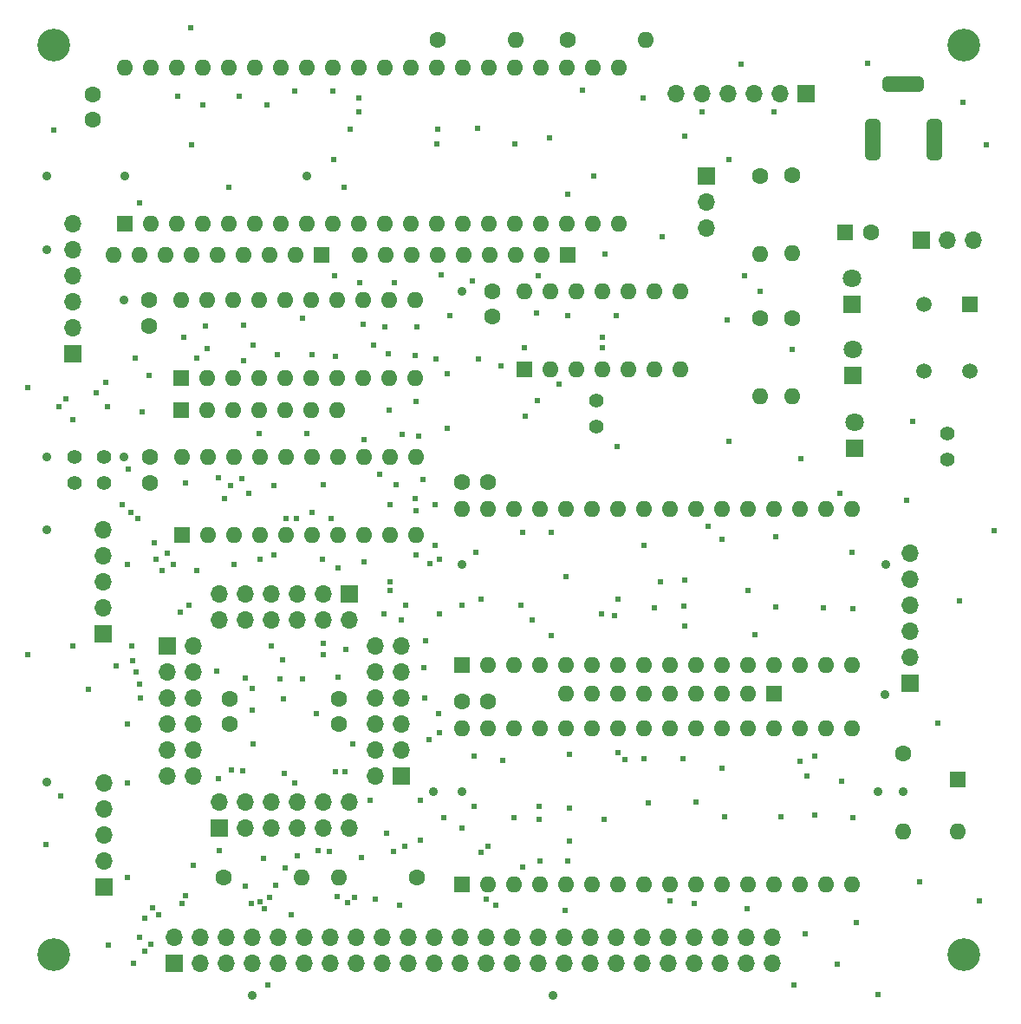
<source format=gbs>
%TF.GenerationSoftware,KiCad,Pcbnew,7.0.7*%
%TF.CreationDate,2024-03-31T17:30:01+09:00*%
%TF.ProjectId,8088_RAM,38303838-5f52-4414-9d2e-6b696361645f,2.1*%
%TF.SameCoordinates,PX4c4c788PY8a48640*%
%TF.FileFunction,Soldermask,Bot*%
%TF.FilePolarity,Negative*%
%FSLAX46Y46*%
G04 Gerber Fmt 4.6, Leading zero omitted, Abs format (unit mm)*
G04 Created by KiCad (PCBNEW 7.0.7) date 2024-03-31 17:30:01*
%MOMM*%
%LPD*%
G01*
G04 APERTURE LIST*
G04 Aperture macros list*
%AMRoundRect*
0 Rectangle with rounded corners*
0 $1 Rounding radius*
0 $2 $3 $4 $5 $6 $7 $8 $9 X,Y pos of 4 corners*
0 Add a 4 corners polygon primitive as box body*
4,1,4,$2,$3,$4,$5,$6,$7,$8,$9,$2,$3,0*
0 Add four circle primitives for the rounded corners*
1,1,$1+$1,$2,$3*
1,1,$1+$1,$4,$5*
1,1,$1+$1,$6,$7*
1,1,$1+$1,$8,$9*
0 Add four rect primitives between the rounded corners*
20,1,$1+$1,$2,$3,$4,$5,0*
20,1,$1+$1,$4,$5,$6,$7,0*
20,1,$1+$1,$6,$7,$8,$9,0*
20,1,$1+$1,$8,$9,$2,$3,0*%
G04 Aperture macros list end*
%ADD10C,1.400000*%
%ADD11R,1.600000X1.600000*%
%ADD12O,1.600000X1.600000*%
%ADD13R,1.500000X1.500000*%
%ADD14C,1.500000*%
%ADD15R,1.700000X1.700000*%
%ADD16O,1.700000X1.700000*%
%ADD17C,1.600000*%
%ADD18R,1.800000X1.800000*%
%ADD19C,1.800000*%
%ADD20C,3.200000*%
%ADD21RoundRect,0.375000X0.375000X1.625000X-0.375000X1.625000X-0.375000X-1.625000X0.375000X-1.625000X0*%
%ADD22RoundRect,0.375000X-1.625000X0.375000X-1.625000X-0.375000X1.625000X-0.375000X1.625000X0.375000X0*%
%ADD23C,0.605000*%
%ADD24C,0.900000*%
G04 APERTURE END LIST*
D10*
X58080000Y59230000D03*
X58080000Y56690000D03*
D11*
X12035000Y76470000D03*
D12*
X14575000Y76470000D03*
X17115000Y76470000D03*
X19655000Y76470000D03*
X22195000Y76470000D03*
X24735000Y76470000D03*
X27275000Y76470000D03*
X29815000Y76470000D03*
X32355000Y76470000D03*
X34895000Y76470000D03*
X37435000Y76470000D03*
X39975000Y76470000D03*
X42515000Y76470000D03*
X45055000Y76470000D03*
X47595000Y76470000D03*
X50135000Y76470000D03*
X52675000Y76470000D03*
X55215000Y76470000D03*
X57755000Y76470000D03*
X60295000Y76470000D03*
X60295000Y91710000D03*
X57755000Y91710000D03*
X55215000Y91710000D03*
X52675000Y91710000D03*
X50135000Y91710000D03*
X47595000Y91710000D03*
X45055000Y91710000D03*
X42515000Y91710000D03*
X39975000Y91710000D03*
X37435000Y91710000D03*
X34895000Y91710000D03*
X32355000Y91710000D03*
X29815000Y91710000D03*
X27275000Y91710000D03*
X24735000Y91710000D03*
X22195000Y91710000D03*
X19655000Y91710000D03*
X17115000Y91710000D03*
X14575000Y91710000D03*
X12035000Y91710000D03*
D13*
X94545000Y68590000D03*
D14*
X94545000Y62090000D03*
X90045000Y68590000D03*
X90045000Y62090000D03*
D15*
X9900000Y36455000D03*
D16*
X9900000Y38995000D03*
X9900000Y41535000D03*
X9900000Y44075000D03*
X9900000Y46615000D03*
D17*
X42520000Y94410000D03*
D12*
X50140000Y94410000D03*
D15*
X9990000Y11720000D03*
D16*
X9990000Y14260000D03*
X9990000Y16800000D03*
X9990000Y19340000D03*
X9990000Y21880000D03*
D18*
X83050000Y68610000D03*
D19*
X83050000Y71150000D03*
D10*
X7060000Y53700000D03*
X7060000Y51160000D03*
D15*
X21235000Y17440000D03*
D16*
X21235000Y19980000D03*
X23775000Y17440000D03*
X23775000Y19980000D03*
X26315000Y17440000D03*
X26315000Y19980000D03*
X28855000Y17440000D03*
X28855000Y19980000D03*
X31395000Y17440000D03*
X31395000Y19980000D03*
X33935000Y17440000D03*
X33935000Y19980000D03*
D11*
X55270000Y73445000D03*
D12*
X52730000Y73445000D03*
X50190000Y73445000D03*
X47650000Y73445000D03*
X45110000Y73445000D03*
X42570000Y73445000D03*
X40030000Y73445000D03*
X37490000Y73445000D03*
X34950000Y73445000D03*
D17*
X44940000Y29800000D03*
X47440000Y29800000D03*
D15*
X39015000Y22520000D03*
D16*
X36475000Y22520000D03*
X39015000Y25060000D03*
X36475000Y25060000D03*
X39015000Y27600000D03*
X36475000Y27600000D03*
X39015000Y30140000D03*
X36475000Y30140000D03*
X39015000Y32680000D03*
X36475000Y32680000D03*
X39015000Y35220000D03*
X36475000Y35220000D03*
D11*
X17485000Y58310000D03*
D12*
X20025000Y58310000D03*
X22565000Y58310000D03*
X25105000Y58310000D03*
X27645000Y58310000D03*
X30185000Y58310000D03*
X32725000Y58310000D03*
D17*
X21680000Y12630000D03*
D12*
X29300000Y12630000D03*
D17*
X8850000Y89130000D03*
X8850000Y86630000D03*
D15*
X78545000Y89195000D03*
D16*
X76005000Y89195000D03*
X73465000Y89195000D03*
X70925000Y89195000D03*
X68385000Y89195000D03*
X65845000Y89195000D03*
D17*
X55240000Y94420000D03*
D12*
X62860000Y94420000D03*
D11*
X17550000Y46060000D03*
D12*
X20090000Y46060000D03*
X22630000Y46060000D03*
X25170000Y46060000D03*
X27710000Y46060000D03*
X30250000Y46060000D03*
X32790000Y46060000D03*
X35330000Y46060000D03*
X37870000Y46060000D03*
X40410000Y46060000D03*
X40410000Y53680000D03*
X37870000Y53680000D03*
X35330000Y53680000D03*
X32790000Y53680000D03*
X30250000Y53680000D03*
X27710000Y53680000D03*
X25170000Y53680000D03*
X22630000Y53680000D03*
X20090000Y53680000D03*
X17550000Y53680000D03*
D15*
X88680000Y31610000D03*
D16*
X88680000Y34150000D03*
X88680000Y36690000D03*
X88680000Y39230000D03*
X88680000Y41770000D03*
X88680000Y44310000D03*
D11*
X75430000Y30570000D03*
D12*
X72890000Y30570000D03*
X70350000Y30570000D03*
X67810000Y30570000D03*
X65270000Y30570000D03*
X62730000Y30570000D03*
X60190000Y30570000D03*
X57650000Y30570000D03*
X55110000Y30570000D03*
D20*
X5075000Y93920000D03*
D17*
X47920000Y69895000D03*
X47920000Y67395000D03*
X40510000Y12630000D03*
D12*
X32890000Y12630000D03*
D17*
X77145000Y81190000D03*
D12*
X77145000Y73570000D03*
D20*
X93915000Y5080000D03*
X93915000Y93920000D03*
D15*
X33935000Y40300000D03*
D16*
X33935000Y37760000D03*
X31395000Y40300000D03*
X31395000Y37760000D03*
X28855000Y40300000D03*
X28855000Y37760000D03*
X26315000Y40300000D03*
X26315000Y37760000D03*
X23775000Y40300000D03*
X23775000Y37760000D03*
X21235000Y40300000D03*
X21235000Y37760000D03*
D21*
X91085000Y84730000D03*
X85085000Y84730000D03*
D22*
X88035000Y90130000D03*
D15*
X68810000Y81160000D03*
D16*
X68810000Y78620000D03*
X68810000Y76080000D03*
D11*
X44945000Y11920000D03*
D12*
X47485000Y11920000D03*
X50025000Y11920000D03*
X52565000Y11920000D03*
X55105000Y11920000D03*
X57645000Y11920000D03*
X60185000Y11920000D03*
X62725000Y11920000D03*
X65265000Y11920000D03*
X67805000Y11920000D03*
X70345000Y11920000D03*
X72885000Y11920000D03*
X75425000Y11920000D03*
X77965000Y11920000D03*
X80505000Y11920000D03*
X83045000Y11920000D03*
X83045000Y27160000D03*
X80505000Y27160000D03*
X77965000Y27160000D03*
X75425000Y27160000D03*
X72885000Y27160000D03*
X70345000Y27160000D03*
X67805000Y27160000D03*
X65265000Y27160000D03*
X62725000Y27160000D03*
X60185000Y27160000D03*
X57645000Y27160000D03*
X55105000Y27160000D03*
X52565000Y27160000D03*
X50025000Y27160000D03*
X47485000Y27160000D03*
X44945000Y27160000D03*
D17*
X14335000Y69020000D03*
X14335000Y66520000D03*
D15*
X6920000Y63780000D03*
D16*
X6920000Y66320000D03*
X6920000Y68860000D03*
X6920000Y71400000D03*
X6920000Y73940000D03*
X6920000Y76480000D03*
D11*
X51045000Y62270000D03*
D12*
X53585000Y62270000D03*
X56125000Y62270000D03*
X58665000Y62270000D03*
X61205000Y62270000D03*
X63745000Y62270000D03*
X66285000Y62270000D03*
X66285000Y69890000D03*
X63745000Y69890000D03*
X61205000Y69890000D03*
X58665000Y69890000D03*
X56125000Y69890000D03*
X53585000Y69890000D03*
X51045000Y69890000D03*
D18*
X83250000Y54560000D03*
D19*
X83250000Y57100000D03*
D17*
X77170000Y67230000D03*
D12*
X77170000Y59610000D03*
D10*
X92360000Y55970000D03*
X92360000Y53430000D03*
D17*
X32919000Y27600000D03*
X32919000Y30100000D03*
X88020000Y24730000D03*
D12*
X88020000Y17110000D03*
D17*
X44940000Y51210000D03*
X47440000Y51210000D03*
X74020000Y81165000D03*
D12*
X74020000Y73545000D03*
D11*
X44945000Y33345000D03*
D12*
X47485000Y33345000D03*
X50025000Y33345000D03*
X52565000Y33345000D03*
X55105000Y33345000D03*
X57645000Y33345000D03*
X60185000Y33345000D03*
X62725000Y33345000D03*
X65265000Y33345000D03*
X67805000Y33345000D03*
X70345000Y33345000D03*
X72885000Y33345000D03*
X75425000Y33345000D03*
X77965000Y33345000D03*
X80505000Y33345000D03*
X83045000Y33345000D03*
X83045000Y48585000D03*
X80505000Y48585000D03*
X77965000Y48585000D03*
X75425000Y48585000D03*
X72885000Y48585000D03*
X70345000Y48585000D03*
X67805000Y48585000D03*
X65265000Y48585000D03*
X62725000Y48585000D03*
X60185000Y48585000D03*
X57645000Y48585000D03*
X55105000Y48585000D03*
X52565000Y48585000D03*
X50025000Y48585000D03*
X47485000Y48585000D03*
X44945000Y48585000D03*
D18*
X83150000Y61635000D03*
D19*
X83150000Y64175000D03*
D17*
X74045000Y67240000D03*
D12*
X74045000Y59620000D03*
D20*
X5075000Y5080000D03*
D17*
X14450000Y53680000D03*
X14450000Y51180000D03*
D11*
X82389888Y75620000D03*
D17*
X84889888Y75620000D03*
D11*
X93345000Y22185000D03*
D12*
X93345000Y17105000D03*
D15*
X16155000Y35220000D03*
D16*
X18695000Y35220000D03*
X16155000Y32680000D03*
X18695000Y32680000D03*
X16155000Y30140000D03*
X18695000Y30140000D03*
X16155000Y27600000D03*
X18695000Y27600000D03*
X16155000Y25060000D03*
X18695000Y25060000D03*
X16155000Y22520000D03*
X18695000Y22520000D03*
D11*
X17475000Y61410000D03*
D12*
X20015000Y61410000D03*
X22555000Y61410000D03*
X25095000Y61410000D03*
X27635000Y61410000D03*
X30175000Y61410000D03*
X32715000Y61410000D03*
X35255000Y61410000D03*
X37795000Y61410000D03*
X40335000Y61410000D03*
X40335000Y69030000D03*
X37795000Y69030000D03*
X35255000Y69030000D03*
X32715000Y69030000D03*
X30175000Y69030000D03*
X27635000Y69030000D03*
X25095000Y69030000D03*
X22555000Y69030000D03*
X20015000Y69030000D03*
X17475000Y69030000D03*
D10*
X9920000Y53700000D03*
X9920000Y51160000D03*
D15*
X89835000Y74890000D03*
D16*
X92375000Y74890000D03*
X94915000Y74890000D03*
D11*
X31220000Y73445000D03*
D12*
X28680000Y73445000D03*
X26140000Y73445000D03*
X23600000Y73445000D03*
X21060000Y73445000D03*
X18520000Y73445000D03*
X15980000Y73445000D03*
X13440000Y73445000D03*
X10900000Y73445000D03*
D17*
X22251000Y27600000D03*
X22251000Y30100000D03*
D15*
X16780000Y4230000D03*
D16*
X16780000Y6770000D03*
X19320000Y4230000D03*
X19320000Y6770000D03*
X21860000Y4230000D03*
X21860000Y6770000D03*
X24400000Y4230000D03*
X24400000Y6770000D03*
X26940000Y4230000D03*
X26940000Y6770000D03*
X29480000Y4230000D03*
X29480000Y6770000D03*
X32020000Y4230000D03*
X32020000Y6770000D03*
X34560000Y4230000D03*
X34560000Y6770000D03*
X37100000Y4230000D03*
X37100000Y6770000D03*
X39640000Y4230000D03*
X39640000Y6770000D03*
X42180000Y4230000D03*
X42180000Y6770000D03*
X44720000Y4230000D03*
X44720000Y6770000D03*
X47260000Y4230000D03*
X47260000Y6770000D03*
X49800000Y4230000D03*
X49800000Y6770000D03*
X52340000Y4230000D03*
X52340000Y6770000D03*
X54880000Y4230000D03*
X54880000Y6770000D03*
X57420000Y4230000D03*
X57420000Y6770000D03*
X59960000Y4230000D03*
X59960000Y6770000D03*
X62500000Y4230000D03*
X62500000Y6770000D03*
X65040000Y4230000D03*
X65040000Y6770000D03*
X67580000Y4230000D03*
X67580000Y6770000D03*
X70120000Y4230000D03*
X70120000Y6770000D03*
X72660000Y4230000D03*
X72660000Y6770000D03*
X75200000Y4230000D03*
X75200000Y6770000D03*
D23*
X6910000Y35210000D03*
X6260000Y59370000D03*
X52300000Y59230000D03*
D24*
X88020000Y21020000D03*
X4370000Y73940000D03*
X85610000Y21020000D03*
X4370000Y81150000D03*
X4370000Y21910000D03*
X4370000Y46610000D03*
X86290000Y43220002D03*
X4370000Y53690000D03*
D23*
X12244100Y27600000D03*
D24*
X86250004Y30529996D03*
X42140000Y21020000D03*
X11950004Y69019998D03*
D23*
X12244600Y21880000D03*
D24*
X12030000Y81160000D03*
D23*
X12240000Y12630000D03*
D24*
X44950000Y43220002D03*
X53839962Y1160000D03*
X29800000Y81160000D03*
X11950000Y53680000D03*
X44940000Y69900000D03*
D23*
X85609999Y1210001D03*
D24*
X44940000Y21020000D03*
D23*
X57760000Y81160000D03*
D24*
X24410000Y1160000D03*
D23*
X30720000Y28600000D03*
X96170000Y84190000D03*
X2480000Y34400000D03*
X27120000Y32010000D03*
X66650000Y41680000D03*
X14880000Y45350000D03*
X5010000Y85630000D03*
X40470000Y48410000D03*
X71000000Y55230000D03*
X41200000Y33110000D03*
X84580000Y92110000D03*
X4290000Y15840000D03*
X91450000Y27710000D03*
X40420000Y59100000D03*
X80260000Y38970000D03*
X88950000Y57160000D03*
X88400000Y49490000D03*
X26310000Y35240000D03*
X95470000Y10370000D03*
X66620000Y39120000D03*
X75550000Y45940000D03*
X40510000Y66410000D03*
X72180000Y92040000D03*
X89640000Y12210000D03*
X83140000Y18490000D03*
X18430000Y95620000D03*
X76060000Y18600000D03*
X83130000Y38910000D03*
X70550000Y18540000D03*
X13720000Y58100000D03*
X2530000Y60450000D03*
X83490000Y8210000D03*
X22380000Y23110000D03*
X10390000Y6060000D03*
X55290000Y14280000D03*
X93510000Y39640000D03*
X33560000Y34890000D03*
X53510000Y84830000D03*
X32580000Y63540000D03*
X55390000Y19400000D03*
X17910000Y51200000D03*
X41270000Y30160000D03*
X79360000Y18700000D03*
X52570000Y14230000D03*
X30280000Y63700000D03*
X46480000Y85790000D03*
X31380000Y35540000D03*
X55010000Y9450000D03*
X18510000Y84190000D03*
X40430000Y44100000D03*
X78460000Y7130000D03*
X37370000Y66410000D03*
X20060000Y64280000D03*
X50650000Y39250000D03*
X14340000Y61650000D03*
X37690000Y63800000D03*
X59850000Y38200000D03*
X27490000Y30080000D03*
X19900000Y66520000D03*
X66690000Y85070000D03*
X41110000Y51460000D03*
X40350000Y63640000D03*
X64460000Y75180000D03*
X50820000Y46330000D03*
X70840000Y67100000D03*
X75550000Y39090000D03*
X96910000Y46480000D03*
X42730000Y26760000D03*
X78060000Y53490000D03*
X37550000Y16960000D03*
X12700000Y35220000D03*
X12810000Y4240000D03*
X13470000Y78540000D03*
X62725000Y45030004D03*
X13389998Y6770000D03*
X42340000Y45030000D03*
X37870000Y49050000D03*
X12741100Y33801337D03*
X42340000Y49050000D03*
X11770000Y49040000D03*
X30240000Y48250000D03*
X13920000Y5470000D03*
X13070000Y32670000D03*
X12550000Y48250000D03*
X60050000Y54710000D03*
X13420000Y31560000D03*
X13232774Y47671102D03*
X13940000Y8690000D03*
X27700000Y47670000D03*
X14510000Y6080000D03*
X12290000Y52490000D03*
X24470000Y29010000D03*
X24470000Y31080000D03*
X13540000Y30150000D03*
X72510000Y71409994D03*
X12230000Y43203600D03*
X52410000Y71410000D03*
X17580000Y10110000D03*
X54370000Y60780000D03*
X25990000Y2130000D03*
X16730000Y43203600D03*
X77320000Y2130000D03*
X24370000Y10110000D03*
X9230000Y60000002D03*
X22626812Y43205451D03*
X77960000Y23979998D03*
X14670000Y9700000D03*
X15068900Y43750000D03*
X26890000Y63660000D03*
X42860000Y71440000D03*
X25180000Y43750000D03*
X42768900Y43750000D03*
X25598900Y9580000D03*
X42400000Y63280000D03*
X17920000Y10830000D03*
X26130000Y10700000D03*
X41700000Y26133944D03*
X41770000Y43320000D03*
X32808388Y42893900D03*
X79360000Y24510000D03*
X46560812Y63303279D03*
X16180000Y44320000D03*
X83060000Y44370000D03*
X35330000Y43420000D03*
X46286670Y44370000D03*
X28220000Y9010000D03*
X15260000Y9010000D03*
X81981541Y22001541D03*
X50826400Y13658600D03*
X18700000Y13820000D03*
X27650000Y13570000D03*
X93840000Y88290000D03*
X70970000Y82750000D03*
X38360000Y70720000D03*
X28830000Y14721100D03*
X38220000Y15160000D03*
X34961100Y70720000D03*
X32360000Y82730000D03*
X72880000Y40690000D03*
X37920000Y40690000D03*
X36860000Y52040000D03*
X68380000Y87420000D03*
X34895000Y87430000D03*
X25500000Y14520000D03*
X35100000Y14600000D03*
X24130000Y50160000D03*
X75400000Y87420000D03*
X37800000Y58290000D03*
X53680000Y46300000D03*
X52460000Y19600000D03*
X51111730Y57641730D03*
X46100000Y19600000D03*
X25230000Y10260000D03*
X24540000Y25660000D03*
X34250000Y25700000D03*
X40690000Y55730000D03*
X35330000Y55400000D03*
X33719703Y10168456D03*
X34470000Y10690000D03*
X78640000Y22570000D03*
X27600000Y22821100D03*
X32490000Y71400000D03*
X26710000Y11870000D03*
X41380000Y35740000D03*
X58660000Y65420000D03*
X31370000Y34430000D03*
X17380000Y38560000D03*
X33540000Y22990000D03*
X36470000Y10540000D03*
X17770000Y65420000D03*
X47260000Y10540000D03*
X58890000Y73540000D03*
X29780000Y55957846D03*
X44960000Y39250000D03*
X44940000Y17440000D03*
X25105000Y55950000D03*
X39433370Y39250000D03*
X39060000Y55930000D03*
X37860000Y41530000D03*
X65260000Y10310000D03*
X72770000Y9590000D03*
X64290000Y41480000D03*
X68950000Y46900000D03*
X70320000Y45640000D03*
X29350000Y31990000D03*
X67580000Y10121100D03*
X18220000Y39250000D03*
X52239999Y67749999D03*
X73560000Y36370000D03*
X53610000Y36290000D03*
X50130000Y84250000D03*
X21701095Y49628905D03*
X81600000Y4160000D03*
X40338900Y49628900D03*
X81850000Y50149998D03*
X42440000Y84250000D03*
X23770000Y32120000D03*
X8430000Y30980000D03*
X27360000Y33898900D03*
X11140000Y33280000D03*
X28770000Y47679998D03*
X32350000Y89440000D03*
X32110000Y47670000D03*
X28560000Y89440000D03*
X38520000Y51030000D03*
X51770000Y37820000D03*
X31420000Y51030000D03*
X58810000Y18330000D03*
X39010000Y37820000D03*
X52440000Y18330000D03*
X40900000Y16240000D03*
X32830000Y32180000D03*
X42520000Y85680000D03*
X55440000Y16200000D03*
X34020000Y85680000D03*
X35950000Y20150000D03*
X40900000Y20150000D03*
X48740000Y62560000D03*
X43130000Y18510000D03*
X50010000Y18510000D03*
X23580000Y63070000D03*
X70340000Y23290000D03*
X10110000Y60950000D03*
X47480000Y15690000D03*
X23540000Y23060000D03*
X39381095Y15690005D03*
X21159998Y51640000D03*
X23410000Y51610000D03*
X32540000Y22970000D03*
X23630000Y66530000D03*
X35255000Y66694998D03*
X33419998Y80010000D03*
X22190000Y80010000D03*
X19650000Y88100000D03*
X25849999Y88099999D03*
X23190000Y88940000D03*
X17130000Y88930000D03*
X6920000Y57320000D03*
X58660000Y64410000D03*
X51040000Y64400000D03*
X43520000Y56490000D03*
X42610000Y28630000D03*
X43523001Y61801533D03*
X48889980Y24036996D03*
X60870000Y24190000D03*
X62650000Y88780000D03*
X34890000Y88780000D03*
X60010000Y67530000D03*
X55280000Y67530000D03*
X55430000Y24680000D03*
X48250000Y9910000D03*
X38790000Y9910000D03*
X28570002Y21860000D03*
X21170000Y22290000D03*
X20950003Y32819997D03*
X19010000Y63370000D03*
X13040000Y63370000D03*
X63170000Y19960000D03*
X36300000Y64650000D03*
X66650002Y37170000D03*
X67800000Y19970000D03*
X24490000Y64650000D03*
X22290000Y50890000D03*
X63758600Y38980000D03*
X26580000Y50890000D03*
X66500000Y24260000D03*
X62740000Y24260000D03*
X31320000Y43720000D03*
X26580000Y44100000D03*
X60180000Y39800000D03*
X45980000Y70900000D03*
X46090000Y24520000D03*
X46780000Y39800000D03*
X60185000Y24800000D03*
X37270000Y38360000D03*
X58570000Y38360000D03*
X29350000Y67210000D03*
X42700000Y38360000D03*
X43770000Y67470000D03*
X30890000Y15252200D03*
X15600000Y42640000D03*
X55090000Y42040000D03*
X21230000Y15250000D03*
X19060000Y42640000D03*
X10290000Y58630000D03*
X23780000Y11800000D03*
X5690000Y20600000D03*
X32720000Y10770000D03*
X32010000Y15210000D03*
X46810000Y15090000D03*
X5560000Y58630000D03*
X77170000Y64180000D03*
X56730000Y89490000D03*
X74050000Y69890000D03*
X55220000Y79370000D03*
M02*

</source>
